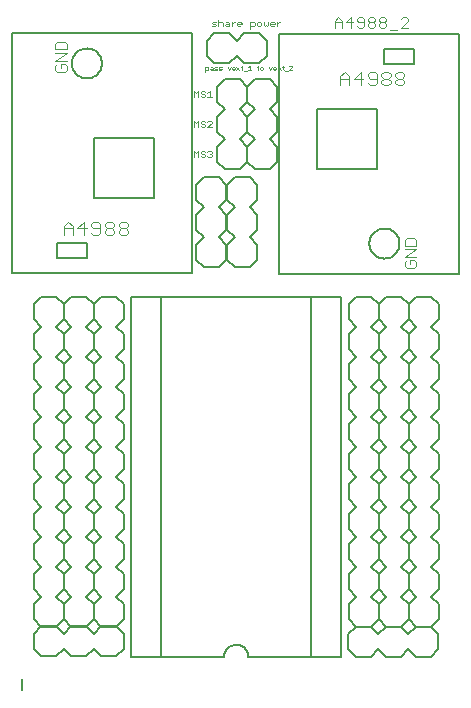
<source format=gto>
G75*
G70*
%OFA0B0*%
%FSLAX24Y24*%
%IPPOS*%
%LPD*%
%AMOC8*
5,1,8,0,0,1.08239X$1,22.5*
%
%ADD10C,0.0050*%
%ADD11C,0.0040*%
%ADD12C,0.0030*%
%ADD13C,0.0080*%
%ADD14C,0.0060*%
%ADD15C,0.0020*%
%ADD16C,0.0010*%
D10*
X001103Y000125D02*
X001103Y000500D01*
X000757Y014022D02*
X000757Y022022D01*
X006757Y022022D01*
X006757Y014022D01*
X000757Y014022D01*
X002257Y014522D02*
X002257Y015022D01*
X003257Y015022D01*
X003257Y014522D01*
X002257Y014522D01*
X003507Y016522D02*
X003507Y018522D01*
X005507Y018522D01*
X005507Y016522D01*
X003507Y016522D01*
X003257Y020522D02*
X003213Y020524D01*
X003170Y020530D01*
X003128Y020539D01*
X003086Y020552D01*
X003046Y020569D01*
X003007Y020589D01*
X002970Y020612D01*
X002936Y020639D01*
X002903Y020668D01*
X002874Y020701D01*
X002847Y020735D01*
X002824Y020772D01*
X002804Y020811D01*
X002787Y020851D01*
X002774Y020893D01*
X002765Y020935D01*
X002759Y020978D01*
X002757Y021022D01*
X002759Y021066D01*
X002765Y021109D01*
X002774Y021151D01*
X002787Y021193D01*
X002804Y021233D01*
X002824Y021272D01*
X002847Y021309D01*
X002874Y021343D01*
X002903Y021376D01*
X002936Y021405D01*
X002970Y021432D01*
X003007Y021455D01*
X003046Y021475D01*
X003086Y021492D01*
X003128Y021505D01*
X003170Y021514D01*
X003213Y021520D01*
X003257Y021522D01*
X003301Y021520D01*
X003344Y021514D01*
X003386Y021505D01*
X003428Y021492D01*
X003468Y021475D01*
X003507Y021455D01*
X003544Y021432D01*
X003578Y021405D01*
X003611Y021376D01*
X003640Y021343D01*
X003667Y021309D01*
X003690Y021272D01*
X003710Y021233D01*
X003727Y021193D01*
X003740Y021151D01*
X003749Y021109D01*
X003755Y021066D01*
X003757Y021022D01*
X003755Y020978D01*
X003749Y020935D01*
X003740Y020893D01*
X003727Y020851D01*
X003710Y020811D01*
X003690Y020772D01*
X003667Y020735D01*
X003640Y020701D01*
X003611Y020668D01*
X003578Y020639D01*
X003544Y020612D01*
X003507Y020589D01*
X003468Y020569D01*
X003428Y020552D01*
X003386Y020539D01*
X003344Y020530D01*
X003301Y020524D01*
X003257Y020522D01*
X009671Y022019D02*
X009671Y014019D01*
X015671Y014019D01*
X015671Y022019D01*
X009671Y022019D01*
X010921Y019519D02*
X010921Y017519D01*
X012921Y017519D01*
X012921Y019519D01*
X010921Y019519D01*
X013171Y021019D02*
X014171Y021019D01*
X014171Y021519D01*
X013171Y021519D01*
X013171Y021019D01*
X013171Y015519D02*
X013215Y015517D01*
X013258Y015511D01*
X013300Y015502D01*
X013342Y015489D01*
X013382Y015472D01*
X013421Y015452D01*
X013458Y015429D01*
X013492Y015402D01*
X013525Y015373D01*
X013554Y015340D01*
X013581Y015306D01*
X013604Y015269D01*
X013624Y015230D01*
X013641Y015190D01*
X013654Y015148D01*
X013663Y015106D01*
X013669Y015063D01*
X013671Y015019D01*
X013669Y014975D01*
X013663Y014932D01*
X013654Y014890D01*
X013641Y014848D01*
X013624Y014808D01*
X013604Y014769D01*
X013581Y014732D01*
X013554Y014698D01*
X013525Y014665D01*
X013492Y014636D01*
X013458Y014609D01*
X013421Y014586D01*
X013382Y014566D01*
X013342Y014549D01*
X013300Y014536D01*
X013258Y014527D01*
X013215Y014521D01*
X013171Y014519D01*
X013127Y014521D01*
X013084Y014527D01*
X013042Y014536D01*
X013000Y014549D01*
X012960Y014566D01*
X012921Y014586D01*
X012884Y014609D01*
X012850Y014636D01*
X012817Y014665D01*
X012788Y014698D01*
X012761Y014732D01*
X012738Y014769D01*
X012718Y014808D01*
X012701Y014848D01*
X012688Y014890D01*
X012679Y014932D01*
X012673Y014975D01*
X012671Y015019D01*
X012673Y015063D01*
X012679Y015106D01*
X012688Y015148D01*
X012701Y015190D01*
X012718Y015230D01*
X012738Y015269D01*
X012761Y015306D01*
X012788Y015340D01*
X012817Y015373D01*
X012850Y015402D01*
X012884Y015429D01*
X012921Y015452D01*
X012960Y015472D01*
X013000Y015489D01*
X013042Y015502D01*
X013084Y015511D01*
X013127Y015517D01*
X013171Y015519D01*
D11*
X013149Y020289D02*
X013073Y020366D01*
X013073Y020442D01*
X013149Y020519D01*
X013303Y020519D01*
X013380Y020442D01*
X013380Y020366D01*
X013303Y020289D01*
X013149Y020289D01*
X013149Y020519D02*
X013073Y020596D01*
X013073Y020673D01*
X013149Y020749D01*
X013303Y020749D01*
X013380Y020673D01*
X013380Y020596D01*
X013303Y020519D01*
X013533Y020442D02*
X013610Y020519D01*
X013763Y020519D01*
X013840Y020442D01*
X013840Y020366D01*
X013763Y020289D01*
X013610Y020289D01*
X013533Y020366D01*
X013533Y020442D01*
X013610Y020519D02*
X013533Y020596D01*
X013533Y020673D01*
X013610Y020749D01*
X013763Y020749D01*
X013840Y020673D01*
X013840Y020596D01*
X013763Y020519D01*
X012919Y020519D02*
X012689Y020519D01*
X012612Y020596D01*
X012612Y020673D01*
X012689Y020749D01*
X012842Y020749D01*
X012919Y020673D01*
X012919Y020366D01*
X012842Y020289D01*
X012689Y020289D01*
X012612Y020366D01*
X012459Y020519D02*
X012152Y020519D01*
X012382Y020749D01*
X012382Y020289D01*
X011998Y020289D02*
X011998Y020596D01*
X011845Y020749D01*
X011691Y020596D01*
X011691Y020289D01*
X011691Y020519D02*
X011998Y020519D01*
X004624Y015676D02*
X004624Y015599D01*
X004547Y015522D01*
X004393Y015522D01*
X004317Y015599D01*
X004317Y015676D01*
X004393Y015752D01*
X004547Y015752D01*
X004624Y015676D01*
X004547Y015522D02*
X004624Y015445D01*
X004624Y015369D01*
X004547Y015292D01*
X004393Y015292D01*
X004317Y015369D01*
X004317Y015445D01*
X004393Y015522D01*
X004163Y015445D02*
X004163Y015369D01*
X004086Y015292D01*
X003933Y015292D01*
X003856Y015369D01*
X003856Y015445D01*
X003933Y015522D01*
X004086Y015522D01*
X004163Y015445D01*
X004086Y015522D02*
X004163Y015599D01*
X004163Y015676D01*
X004086Y015752D01*
X003933Y015752D01*
X003856Y015676D01*
X003856Y015599D01*
X003933Y015522D01*
X003703Y015522D02*
X003473Y015522D01*
X003396Y015599D01*
X003396Y015676D01*
X003473Y015752D01*
X003626Y015752D01*
X003703Y015676D01*
X003703Y015369D01*
X003626Y015292D01*
X003473Y015292D01*
X003396Y015369D01*
X003242Y015522D02*
X002935Y015522D01*
X003166Y015752D01*
X003166Y015292D01*
X002782Y015292D02*
X002782Y015599D01*
X002628Y015752D01*
X002475Y015599D01*
X002475Y015292D01*
X002475Y015522D02*
X002782Y015522D01*
D12*
X002515Y020752D02*
X002268Y020752D01*
X002207Y020814D01*
X002207Y020937D01*
X002268Y020999D01*
X002392Y020999D02*
X002392Y020876D01*
X002392Y020999D02*
X002515Y020999D01*
X002577Y020937D01*
X002577Y020814D01*
X002515Y020752D01*
X002577Y021120D02*
X002207Y021120D01*
X002577Y021367D01*
X002207Y021367D01*
X002207Y021489D02*
X002207Y021674D01*
X002268Y021736D01*
X002515Y021736D01*
X002577Y021674D01*
X002577Y021489D01*
X002207Y021489D01*
X011511Y022206D02*
X011511Y022453D01*
X011635Y022577D01*
X011758Y022453D01*
X011758Y022206D01*
X011758Y022391D02*
X011511Y022391D01*
X011880Y022391D02*
X012127Y022391D01*
X012248Y022453D02*
X012310Y022391D01*
X012495Y022391D01*
X012495Y022268D02*
X012495Y022515D01*
X012433Y022577D01*
X012310Y022577D01*
X012248Y022515D01*
X012248Y022453D01*
X012248Y022268D02*
X012310Y022206D01*
X012433Y022206D01*
X012495Y022268D01*
X012616Y022268D02*
X012616Y022330D01*
X012678Y022391D01*
X012802Y022391D01*
X012863Y022330D01*
X012863Y022268D01*
X012802Y022206D01*
X012678Y022206D01*
X012616Y022268D01*
X012678Y022391D02*
X012616Y022453D01*
X012616Y022515D01*
X012678Y022577D01*
X012802Y022577D01*
X012863Y022515D01*
X012863Y022453D01*
X012802Y022391D01*
X012985Y022330D02*
X013046Y022391D01*
X013170Y022391D01*
X013232Y022330D01*
X013232Y022268D01*
X013170Y022206D01*
X013046Y022206D01*
X012985Y022268D01*
X012985Y022330D01*
X013046Y022391D02*
X012985Y022453D01*
X012985Y022515D01*
X013046Y022577D01*
X013170Y022577D01*
X013232Y022515D01*
X013232Y022453D01*
X013170Y022391D01*
X013353Y022145D02*
X013600Y022145D01*
X013721Y022206D02*
X013968Y022453D01*
X013968Y022515D01*
X013906Y022577D01*
X013783Y022577D01*
X013721Y022515D01*
X013721Y022206D02*
X013968Y022206D01*
X012065Y022206D02*
X012065Y022577D01*
X011880Y022391D01*
X013913Y015197D02*
X013851Y015136D01*
X013851Y014951D01*
X014221Y014951D01*
X014221Y015136D01*
X014160Y015197D01*
X013913Y015197D01*
X013851Y014829D02*
X014221Y014829D01*
X013851Y014582D01*
X014221Y014582D01*
X014160Y014461D02*
X014036Y014461D01*
X014036Y014337D01*
X013913Y014214D02*
X014160Y014214D01*
X014221Y014276D01*
X014221Y014399D01*
X014160Y014461D01*
X013913Y014461D02*
X013851Y014399D01*
X013851Y014276D01*
X013913Y014214D01*
D13*
X013728Y013250D02*
X013228Y013250D01*
X012978Y013000D01*
X012728Y013250D01*
X012228Y013250D01*
X011978Y013000D01*
X011978Y012500D01*
X012228Y012250D01*
X011978Y012000D01*
X011978Y011500D01*
X012228Y011250D01*
X011978Y011000D01*
X011978Y010500D01*
X012228Y010250D01*
X011978Y010000D01*
X011978Y009500D01*
X012228Y009250D01*
X011978Y009000D01*
X011978Y008500D01*
X012228Y008250D01*
X011978Y008000D01*
X011978Y007500D01*
X012228Y007250D01*
X011978Y007000D01*
X011978Y006500D01*
X012228Y006250D01*
X011978Y006000D01*
X011978Y005500D01*
X012228Y005250D01*
X011978Y005000D01*
X011978Y004500D01*
X012228Y004250D01*
X011978Y004000D01*
X011978Y003500D01*
X012228Y003250D01*
X011978Y003000D01*
X011978Y002500D01*
X012228Y002250D01*
X012728Y002250D01*
X012978Y002500D01*
X012978Y003000D01*
X012728Y003250D01*
X012978Y003500D01*
X012978Y004000D01*
X012728Y004250D01*
X012978Y004500D01*
X012978Y005000D01*
X012728Y005250D01*
X012978Y005500D01*
X012978Y006000D01*
X012728Y006250D01*
X012978Y006500D01*
X012978Y007000D01*
X012728Y007250D01*
X012978Y007500D01*
X012978Y008000D01*
X012728Y008250D01*
X012978Y008500D01*
X012978Y009000D01*
X012728Y009250D01*
X012978Y009500D01*
X012978Y010000D01*
X012728Y010250D01*
X012978Y010500D01*
X012978Y011000D01*
X012728Y011250D01*
X012978Y011500D01*
X012978Y012000D01*
X012728Y012250D01*
X012978Y012500D01*
X012978Y013000D01*
X012978Y012500D01*
X013228Y012250D01*
X012978Y012000D01*
X012978Y011500D01*
X013228Y011250D01*
X012978Y011000D01*
X012978Y010500D01*
X013228Y010250D01*
X012978Y010000D01*
X012978Y009500D01*
X013228Y009250D01*
X012978Y009000D01*
X012978Y008500D01*
X013228Y008250D01*
X012978Y008000D01*
X012978Y007500D01*
X013228Y007250D01*
X012978Y007000D01*
X012978Y006500D01*
X013228Y006250D01*
X012978Y006000D01*
X012978Y005500D01*
X013228Y005250D01*
X012978Y005000D01*
X012978Y004500D01*
X013228Y004250D01*
X012978Y004000D01*
X012978Y003500D01*
X013228Y003250D01*
X012978Y003000D01*
X012978Y002500D01*
X013228Y002250D01*
X013728Y002250D01*
X013978Y002500D01*
X013978Y003000D01*
X014228Y003250D01*
X013978Y003500D01*
X013978Y004000D01*
X014228Y004250D01*
X013978Y004500D01*
X013978Y005000D01*
X014228Y005250D01*
X013978Y005500D01*
X013978Y006000D01*
X014228Y006250D01*
X013978Y006500D01*
X013978Y007000D01*
X014228Y007250D01*
X013978Y007500D01*
X013978Y008000D01*
X014228Y008250D01*
X013978Y008500D01*
X013978Y009000D01*
X014228Y009250D01*
X013978Y009500D01*
X013978Y010000D01*
X014228Y010250D01*
X013978Y010500D01*
X013978Y011000D01*
X014228Y011250D01*
X013978Y011500D01*
X013978Y012000D01*
X014228Y012250D01*
X013978Y012500D01*
X013978Y013000D01*
X014228Y013250D01*
X014728Y013250D01*
X014978Y013000D01*
X014978Y012500D01*
X014728Y012250D01*
X014978Y012000D01*
X014978Y011500D01*
X014728Y011250D01*
X014978Y011000D01*
X014978Y010500D01*
X014728Y010250D01*
X014978Y010000D01*
X014978Y009500D01*
X014728Y009250D01*
X014978Y009000D01*
X014978Y008500D01*
X014728Y008250D01*
X014978Y008000D01*
X014978Y007500D01*
X014728Y007250D01*
X014978Y007000D01*
X014978Y006500D01*
X014728Y006250D01*
X014978Y006000D01*
X014978Y005500D01*
X014728Y005250D01*
X014978Y005000D01*
X014978Y004500D01*
X014728Y004250D01*
X014978Y004000D01*
X014978Y003500D01*
X014728Y003250D01*
X014978Y003000D01*
X014978Y002500D01*
X014728Y002250D01*
X014228Y002250D01*
X013978Y002500D01*
X013978Y003000D01*
X013728Y003250D01*
X013978Y003500D01*
X013978Y004000D01*
X013728Y004250D01*
X013978Y004500D01*
X013978Y005000D01*
X013728Y005250D01*
X013978Y005500D01*
X013978Y006000D01*
X013728Y006250D01*
X013978Y006500D01*
X013978Y007000D01*
X013728Y007250D01*
X013978Y007500D01*
X013978Y008000D01*
X013728Y008250D01*
X013978Y008500D01*
X013978Y009000D01*
X013728Y009250D01*
X013978Y009500D01*
X013978Y010000D01*
X013728Y010250D01*
X013978Y010500D01*
X013978Y011000D01*
X013728Y011250D01*
X013978Y011500D01*
X013978Y012000D01*
X013728Y012250D01*
X013978Y012500D01*
X013978Y013000D01*
X013728Y013250D01*
X009353Y017500D02*
X009603Y017750D01*
X009603Y018250D01*
X009353Y018500D01*
X009603Y018750D01*
X009603Y019250D01*
X009353Y019500D01*
X009603Y019750D01*
X009603Y020250D01*
X009353Y020500D01*
X008853Y020500D01*
X008603Y020250D01*
X008603Y019750D01*
X008353Y019500D01*
X008603Y019250D01*
X008603Y018750D01*
X008353Y018500D01*
X008603Y018250D01*
X008603Y017750D01*
X008353Y017500D01*
X007853Y017500D01*
X007603Y017750D01*
X007603Y018250D01*
X007853Y018500D01*
X007603Y018750D01*
X007603Y019250D01*
X007853Y019500D01*
X007603Y019750D01*
X007603Y020250D01*
X007853Y020500D01*
X008353Y020500D01*
X008603Y020250D01*
X008603Y019750D01*
X008853Y019500D01*
X008603Y019250D01*
X008603Y018750D01*
X008853Y018500D01*
X008603Y018250D01*
X008603Y017750D01*
X008853Y017500D01*
X009353Y017500D01*
X008925Y016980D02*
X008925Y016480D01*
X008675Y016230D01*
X008925Y015980D01*
X008925Y015480D01*
X008675Y015230D01*
X008925Y014980D01*
X008925Y014480D01*
X008675Y014230D01*
X008175Y014230D01*
X007925Y014480D01*
X007925Y014980D01*
X008175Y015230D01*
X007925Y015480D01*
X007925Y015980D01*
X008175Y016230D01*
X007925Y016480D01*
X007925Y016980D01*
X008175Y017230D01*
X008675Y017230D01*
X008925Y016980D01*
X007897Y016982D02*
X007897Y016482D01*
X007647Y016232D01*
X007897Y015982D01*
X007897Y015482D01*
X007647Y015232D01*
X007897Y014982D01*
X007897Y014482D01*
X007647Y014232D01*
X007147Y014232D01*
X006897Y014482D01*
X006897Y014982D01*
X007147Y015232D01*
X006897Y015482D01*
X006897Y015982D01*
X007147Y016232D01*
X006897Y016482D01*
X006897Y016982D01*
X007147Y017232D01*
X007647Y017232D01*
X007897Y016982D01*
X007996Y021028D02*
X007496Y021028D01*
X007246Y021278D01*
X007246Y021778D01*
X007496Y022028D01*
X007996Y022028D01*
X008246Y021778D01*
X008496Y022028D01*
X008996Y022028D01*
X009246Y021778D01*
X009246Y021278D01*
X008996Y021028D01*
X008496Y021028D01*
X008246Y021278D01*
X007996Y021028D01*
X004228Y013250D02*
X003728Y013250D01*
X003478Y013000D01*
X003478Y012500D01*
X003728Y012250D01*
X003478Y012000D01*
X003478Y011500D01*
X003728Y011250D01*
X003478Y011000D01*
X003478Y010500D01*
X003728Y010250D01*
X003478Y010000D01*
X003478Y009500D01*
X003728Y009250D01*
X003478Y009000D01*
X003478Y008500D01*
X003728Y008250D01*
X003478Y008000D01*
X003478Y007500D01*
X003728Y007250D01*
X003478Y007000D01*
X003478Y006500D01*
X003728Y006250D01*
X003478Y006000D01*
X003478Y005500D01*
X003728Y005250D01*
X003478Y005000D01*
X003478Y004500D01*
X003728Y004250D01*
X003478Y004000D01*
X003478Y003500D01*
X003728Y003250D01*
X003478Y003000D01*
X003478Y002500D01*
X003728Y002250D01*
X004228Y002250D01*
X004478Y002500D01*
X004478Y003000D01*
X004228Y003250D01*
X004478Y003500D01*
X004478Y004000D01*
X004228Y004250D01*
X004478Y004500D01*
X004478Y005000D01*
X004228Y005250D01*
X004478Y005500D01*
X004478Y006000D01*
X004228Y006250D01*
X004478Y006500D01*
X004478Y007000D01*
X004228Y007250D01*
X004478Y007500D01*
X004478Y008000D01*
X004228Y008250D01*
X004478Y008500D01*
X004478Y009000D01*
X004228Y009250D01*
X004478Y009500D01*
X004478Y010000D01*
X004228Y010250D01*
X004478Y010500D01*
X004478Y011000D01*
X004228Y011250D01*
X004478Y011500D01*
X004478Y012000D01*
X004228Y012250D01*
X004478Y012500D01*
X004478Y013000D01*
X004228Y013250D01*
X003478Y013000D02*
X003478Y012500D01*
X003228Y012250D01*
X003478Y012000D01*
X003478Y011500D01*
X003228Y011250D01*
X003478Y011000D01*
X003478Y010500D01*
X003228Y010250D01*
X003478Y010000D01*
X003478Y009500D01*
X003228Y009250D01*
X003478Y009000D01*
X003478Y008500D01*
X003228Y008250D01*
X003478Y008000D01*
X003478Y007500D01*
X003228Y007250D01*
X003478Y007000D01*
X003478Y006500D01*
X003228Y006250D01*
X003478Y006000D01*
X003478Y005500D01*
X003228Y005250D01*
X003478Y005000D01*
X003478Y004500D01*
X003228Y004250D01*
X003478Y004000D01*
X003478Y003500D01*
X003228Y003250D01*
X003478Y003000D01*
X003478Y002500D01*
X003228Y002250D01*
X002728Y002250D01*
X002478Y002500D01*
X002228Y002250D01*
X001728Y002250D01*
X001478Y002500D01*
X001478Y003000D01*
X001728Y003250D01*
X001478Y003500D01*
X001478Y004000D01*
X001728Y004250D01*
X001478Y004500D01*
X001478Y005000D01*
X001728Y005250D01*
X001478Y005500D01*
X001478Y006000D01*
X001728Y006250D01*
X001478Y006500D01*
X001478Y007000D01*
X001728Y007250D01*
X001478Y007500D01*
X001478Y008000D01*
X001728Y008250D01*
X001478Y008500D01*
X001478Y009000D01*
X001728Y009250D01*
X001478Y009500D01*
X001478Y010000D01*
X001728Y010250D01*
X001478Y010500D01*
X001478Y011000D01*
X001728Y011250D01*
X001478Y011500D01*
X001478Y012000D01*
X001728Y012250D01*
X001478Y012500D01*
X001478Y013000D01*
X001728Y013250D01*
X002228Y013250D01*
X002478Y013000D01*
X002478Y012500D01*
X002228Y012250D01*
X002478Y012000D01*
X002478Y011500D01*
X002228Y011250D01*
X002478Y011000D01*
X002478Y010500D01*
X002228Y010250D01*
X002478Y010000D01*
X002478Y009500D01*
X002228Y009250D01*
X002478Y009000D01*
X002478Y008500D01*
X002228Y008250D01*
X002478Y008000D01*
X002478Y007500D01*
X002228Y007250D01*
X002478Y007000D01*
X002478Y006500D01*
X002228Y006250D01*
X002478Y006000D01*
X002478Y005500D01*
X002228Y005250D01*
X002478Y005000D01*
X002478Y004500D01*
X002228Y004250D01*
X002478Y004000D01*
X002478Y003500D01*
X002228Y003250D01*
X002478Y003000D01*
X002478Y002500D01*
X002478Y003000D01*
X002728Y003250D01*
X002478Y003500D01*
X002478Y004000D01*
X002728Y004250D01*
X002478Y004500D01*
X002478Y005000D01*
X002728Y005250D01*
X002478Y005500D01*
X002478Y006000D01*
X002728Y006250D01*
X002478Y006500D01*
X002478Y007000D01*
X002728Y007250D01*
X002478Y007500D01*
X002478Y008000D01*
X002728Y008250D01*
X002478Y008500D01*
X002478Y009000D01*
X002728Y009250D01*
X002478Y009500D01*
X002478Y010000D01*
X002728Y010250D01*
X002478Y010500D01*
X002478Y011000D01*
X002728Y011250D01*
X002478Y011500D01*
X002478Y012000D01*
X002728Y012250D01*
X002478Y012500D01*
X002478Y013000D01*
X002728Y013250D01*
X003228Y013250D01*
X003478Y013000D01*
X003726Y002256D02*
X004226Y002256D01*
X004476Y002006D01*
X004476Y001506D01*
X004226Y001256D01*
X003726Y001256D01*
X003476Y001506D01*
X003226Y001256D01*
X002726Y001256D01*
X002476Y001506D01*
X002226Y001256D01*
X001726Y001256D01*
X001476Y001506D01*
X001476Y002006D01*
X001726Y002256D01*
X002226Y002256D01*
X002476Y002006D01*
X002726Y002256D01*
X003226Y002256D01*
X003476Y002006D01*
X003726Y002256D01*
X011968Y002000D02*
X011968Y001500D01*
X012218Y001250D01*
X012718Y001250D01*
X012968Y001500D01*
X013218Y001250D01*
X013718Y001250D01*
X013968Y001500D01*
X014218Y001250D01*
X014718Y001250D01*
X014968Y001500D01*
X014968Y002000D01*
X014718Y002250D01*
X014218Y002250D01*
X013968Y002000D01*
X013718Y002250D01*
X013218Y002250D01*
X012968Y002000D01*
X012718Y002250D01*
X012218Y002250D01*
X011968Y002000D01*
D14*
X011728Y001250D02*
X010728Y001250D01*
X008628Y001250D01*
X008626Y001289D01*
X008620Y001328D01*
X008611Y001366D01*
X008598Y001403D01*
X008581Y001439D01*
X008561Y001472D01*
X008537Y001504D01*
X008511Y001533D01*
X008482Y001559D01*
X008450Y001583D01*
X008417Y001603D01*
X008381Y001620D01*
X008344Y001633D01*
X008306Y001642D01*
X008267Y001648D01*
X008228Y001650D01*
X008189Y001648D01*
X008150Y001642D01*
X008112Y001633D01*
X008075Y001620D01*
X008039Y001603D01*
X008006Y001583D01*
X007974Y001559D01*
X007945Y001533D01*
X007919Y001504D01*
X007895Y001472D01*
X007875Y001439D01*
X007858Y001403D01*
X007845Y001366D01*
X007836Y001328D01*
X007830Y001289D01*
X007828Y001250D01*
X005728Y001250D01*
X005728Y013250D01*
X010728Y013250D01*
X011728Y013250D01*
X011728Y001250D01*
X010728Y001250D02*
X010728Y013250D01*
X005728Y013250D02*
X004728Y013250D01*
X004728Y001250D01*
X005728Y001250D01*
D15*
X006825Y017895D02*
X006825Y018115D01*
X006899Y018042D01*
X006972Y018115D01*
X006972Y017895D01*
X007046Y017932D02*
X007083Y017895D01*
X007156Y017895D01*
X007193Y017932D01*
X007193Y017968D01*
X007156Y018005D01*
X007083Y018005D01*
X007046Y018042D01*
X007046Y018078D01*
X007083Y018115D01*
X007156Y018115D01*
X007193Y018078D01*
X007267Y018078D02*
X007304Y018115D01*
X007377Y018115D01*
X007414Y018078D01*
X007414Y018042D01*
X007377Y018005D01*
X007414Y017968D01*
X007414Y017932D01*
X007377Y017895D01*
X007304Y017895D01*
X007267Y017932D01*
X007341Y018005D02*
X007377Y018005D01*
X007414Y018895D02*
X007267Y018895D01*
X007414Y019042D01*
X007414Y019078D01*
X007377Y019115D01*
X007304Y019115D01*
X007267Y019078D01*
X007193Y019078D02*
X007156Y019115D01*
X007083Y019115D01*
X007046Y019078D01*
X007046Y019042D01*
X007083Y019005D01*
X007156Y019005D01*
X007193Y018968D01*
X007193Y018932D01*
X007156Y018895D01*
X007083Y018895D01*
X007046Y018932D01*
X006972Y018895D02*
X006972Y019115D01*
X006899Y019042D01*
X006825Y019115D01*
X006825Y018895D01*
X006825Y019895D02*
X006825Y020115D01*
X006899Y020042D01*
X006972Y020115D01*
X006972Y019895D01*
X007046Y019932D02*
X007083Y019895D01*
X007156Y019895D01*
X007193Y019932D01*
X007193Y019968D01*
X007156Y020005D01*
X007083Y020005D01*
X007046Y020042D01*
X007046Y020078D01*
X007083Y020115D01*
X007156Y020115D01*
X007193Y020078D01*
X007267Y020042D02*
X007341Y020115D01*
X007341Y019895D01*
X007414Y019895D02*
X007267Y019895D01*
X007416Y022255D02*
X007526Y022255D01*
X007563Y022292D01*
X007526Y022329D01*
X007452Y022329D01*
X007416Y022365D01*
X007452Y022402D01*
X007563Y022402D01*
X007637Y022365D02*
X007673Y022402D01*
X007747Y022402D01*
X007784Y022365D01*
X007784Y022255D01*
X007858Y022292D02*
X007894Y022329D01*
X008005Y022329D01*
X008005Y022365D02*
X008005Y022255D01*
X007894Y022255D01*
X007858Y022292D01*
X007894Y022402D02*
X007968Y022402D01*
X008005Y022365D01*
X008079Y022329D02*
X008152Y022402D01*
X008189Y022402D01*
X008263Y022365D02*
X008263Y022292D01*
X008300Y022255D01*
X008373Y022255D01*
X008410Y022329D02*
X008263Y022329D01*
X008263Y022365D02*
X008300Y022402D01*
X008373Y022402D01*
X008410Y022365D01*
X008410Y022329D01*
X008705Y022402D02*
X008705Y022182D01*
X008705Y022255D02*
X008815Y022255D01*
X008852Y022292D01*
X008852Y022365D01*
X008815Y022402D01*
X008705Y022402D01*
X008926Y022365D02*
X008926Y022292D01*
X008963Y022255D01*
X009036Y022255D01*
X009073Y022292D01*
X009073Y022365D01*
X009036Y022402D01*
X008963Y022402D01*
X008926Y022365D01*
X009147Y022402D02*
X009147Y022292D01*
X009184Y022255D01*
X009220Y022292D01*
X009257Y022255D01*
X009294Y022292D01*
X009294Y022402D01*
X009368Y022365D02*
X009405Y022402D01*
X009478Y022402D01*
X009515Y022365D01*
X009515Y022329D01*
X009368Y022329D01*
X009368Y022365D02*
X009368Y022292D01*
X009405Y022255D01*
X009478Y022255D01*
X009589Y022255D02*
X009589Y022402D01*
X009662Y022402D02*
X009699Y022402D01*
X009662Y022402D02*
X009589Y022329D01*
X008079Y022255D02*
X008079Y022402D01*
X007637Y022475D02*
X007637Y022255D01*
D16*
X007672Y020896D02*
X007747Y020896D01*
X007722Y020846D02*
X007672Y020846D01*
X007647Y020871D01*
X007672Y020896D01*
X007722Y020846D02*
X007747Y020821D01*
X007722Y020796D01*
X007647Y020796D01*
X007600Y020821D02*
X007575Y020846D01*
X007525Y020846D01*
X007500Y020871D01*
X007525Y020896D01*
X007600Y020896D01*
X007600Y020821D02*
X007575Y020796D01*
X007500Y020796D01*
X007453Y020796D02*
X007378Y020796D01*
X007353Y020821D01*
X007378Y020846D01*
X007453Y020846D01*
X007453Y020871D02*
X007453Y020796D01*
X007453Y020871D02*
X007428Y020896D01*
X007378Y020896D01*
X007305Y020871D02*
X007305Y020821D01*
X007280Y020796D01*
X007205Y020796D01*
X007205Y020746D02*
X007205Y020896D01*
X007280Y020896D01*
X007305Y020871D01*
X007942Y020896D02*
X007992Y020796D01*
X008042Y020896D01*
X008089Y020871D02*
X008114Y020896D01*
X008164Y020896D01*
X008189Y020871D01*
X008189Y020846D01*
X008089Y020846D01*
X008089Y020821D02*
X008089Y020871D01*
X008089Y020821D02*
X008114Y020796D01*
X008164Y020796D01*
X008237Y020796D02*
X008337Y020896D01*
X008384Y020896D02*
X008434Y020896D01*
X008409Y020921D02*
X008409Y020821D01*
X008434Y020796D01*
X008482Y020771D02*
X008582Y020771D01*
X008630Y020796D02*
X008730Y020796D01*
X008680Y020796D02*
X008680Y020946D01*
X008630Y020896D01*
X008924Y020896D02*
X008974Y020896D01*
X008949Y020921D02*
X008949Y020821D01*
X008974Y020796D01*
X009022Y020821D02*
X009047Y020796D01*
X009097Y020796D01*
X009122Y020821D01*
X009122Y020871D01*
X009097Y020896D01*
X009047Y020896D01*
X009022Y020871D01*
X009022Y020821D01*
X009317Y020896D02*
X009367Y020796D01*
X009417Y020896D01*
X009464Y020871D02*
X009489Y020896D01*
X009539Y020896D01*
X009564Y020871D01*
X009564Y020846D01*
X009464Y020846D01*
X009464Y020821D02*
X009464Y020871D01*
X009464Y020821D02*
X009489Y020796D01*
X009539Y020796D01*
X009612Y020796D02*
X009712Y020896D01*
X009759Y020896D02*
X009809Y020896D01*
X009784Y020921D02*
X009784Y020821D01*
X009809Y020796D01*
X009857Y020771D02*
X009957Y020771D01*
X010005Y020796D02*
X010105Y020896D01*
X010105Y020921D01*
X010080Y020946D01*
X010030Y020946D01*
X010005Y020921D01*
X010005Y020796D02*
X010105Y020796D01*
X009712Y020796D02*
X009612Y020896D01*
X008337Y020796D02*
X008237Y020896D01*
M02*

</source>
